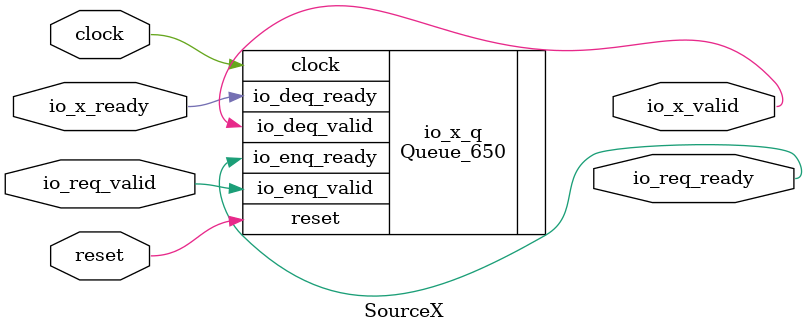
<source format=sv>
`ifndef RANDOMIZE
  `ifdef RANDOMIZE_REG_INIT
    `define RANDOMIZE
  `endif // RANDOMIZE_REG_INIT
`endif // not def RANDOMIZE
`ifndef RANDOMIZE
  `ifdef RANDOMIZE_MEM_INIT
    `define RANDOMIZE
  `endif // RANDOMIZE_MEM_INIT
`endif // not def RANDOMIZE

`ifndef RANDOM
  `define RANDOM $random
`endif // not def RANDOM

// Users can define 'PRINTF_COND' to add an extra gate to prints.
`ifndef PRINTF_COND_
  `ifdef PRINTF_COND
    `define PRINTF_COND_ (`PRINTF_COND)
  `else  // PRINTF_COND
    `define PRINTF_COND_ 1
  `endif // PRINTF_COND
`endif // not def PRINTF_COND_

// Users can define 'ASSERT_VERBOSE_COND' to add an extra gate to assert error printing.
`ifndef ASSERT_VERBOSE_COND_
  `ifdef ASSERT_VERBOSE_COND
    `define ASSERT_VERBOSE_COND_ (`ASSERT_VERBOSE_COND)
  `else  // ASSERT_VERBOSE_COND
    `define ASSERT_VERBOSE_COND_ 1
  `endif // ASSERT_VERBOSE_COND
`endif // not def ASSERT_VERBOSE_COND_

// Users can define 'STOP_COND' to add an extra gate to stop conditions.
`ifndef STOP_COND_
  `ifdef STOP_COND
    `define STOP_COND_ (`STOP_COND)
  `else  // STOP_COND
    `define STOP_COND_ 1
  `endif // STOP_COND
`endif // not def STOP_COND_

// Users can define INIT_RANDOM as general code that gets injected into the
// initializer block for modules with registers.
`ifndef INIT_RANDOM
  `define INIT_RANDOM
`endif // not def INIT_RANDOM

// If using random initialization, you can also define RANDOMIZE_DELAY to
// customize the delay used, otherwise 0.002 is used.
`ifndef RANDOMIZE_DELAY
  `define RANDOMIZE_DELAY 0.002
`endif // not def RANDOMIZE_DELAY

// Define INIT_RANDOM_PROLOG_ for use in our modules below.
`ifndef INIT_RANDOM_PROLOG_
  `ifdef RANDOMIZE
    `ifdef VERILATOR
      `define INIT_RANDOM_PROLOG_ `INIT_RANDOM
    `else  // VERILATOR
      `define INIT_RANDOM_PROLOG_ `INIT_RANDOM #`RANDOMIZE_DELAY begin end
    `endif // VERILATOR
  `else  // RANDOMIZE
    `define INIT_RANDOM_PROLOG_
  `endif // RANDOMIZE
`endif // not def INIT_RANDOM_PROLOG_

module SourceX(
  input  clock,
         reset,
         io_req_valid,
         io_x_ready,
  output io_req_ready,
         io_x_valid
);

  Queue_650 io_x_q (	// Decoupled.scala:375:21
    .clock        (clock),
    .reset        (reset),
    .io_enq_valid (io_req_valid),
    .io_deq_ready (io_x_ready),
    .io_enq_ready (io_req_ready),
    .io_deq_valid (io_x_valid)
  );
endmodule


</source>
